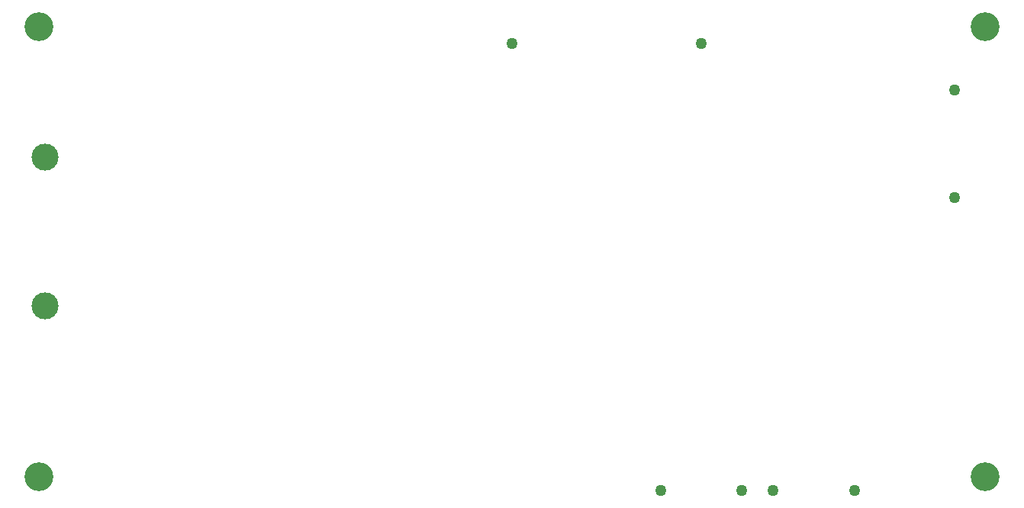
<source format=gbr>
%TF.GenerationSoftware,KiCad,Pcbnew,9.0.0*%
%TF.CreationDate,2025-07-10T21:53:28+08:00*%
%TF.ProjectId,tsal_g_v3,7473616c-5f67-45f7-9633-2e6b69636164,rev?*%
%TF.SameCoordinates,Original*%
%TF.FileFunction,NonPlated,1,2,NPTH,Drill*%
%TF.FilePolarity,Positive*%
%FSLAX46Y46*%
G04 Gerber Fmt 4.6, Leading zero omitted, Abs format (unit mm)*
G04 Created by KiCad (PCBNEW 9.0.0) date 2025-07-10 21:53:28*
%MOMM*%
%LPD*%
G01*
G04 APERTURE LIST*
%TA.AperFunction,ComponentDrill*%
%ADD10C,1.270000*%
%TD*%
%TA.AperFunction,ComponentDrill*%
%ADD11C,3.000000*%
%TD*%
%TA.AperFunction,ComponentDrill*%
%ADD12C,3.200000*%
%TD*%
G04 APERTURE END LIST*
D10*
%TO.C,J3*%
X114000000Y-59917500D03*
%TO.C,J7*%
X130500000Y-109460000D03*
%TO.C,J3*%
X135000000Y-59917500D03*
%TO.C,J7*%
X139500000Y-109460000D03*
%TO.C,J6*%
X143000000Y-109460000D03*
X152000000Y-109460000D03*
%TO.C,J8*%
X163125000Y-65000000D03*
X163125000Y-77000000D03*
D11*
%TO.C,J1*%
X62180000Y-72500000D03*
%TO.C,J2*%
X62180000Y-89000000D03*
D12*
%TO.C,H1*%
X61500000Y-58000000D03*
%TO.C,H2*%
X61500000Y-108000000D03*
%TO.C,H4*%
X166500000Y-58000000D03*
%TO.C,H3*%
X166500000Y-108000000D03*
M02*

</source>
